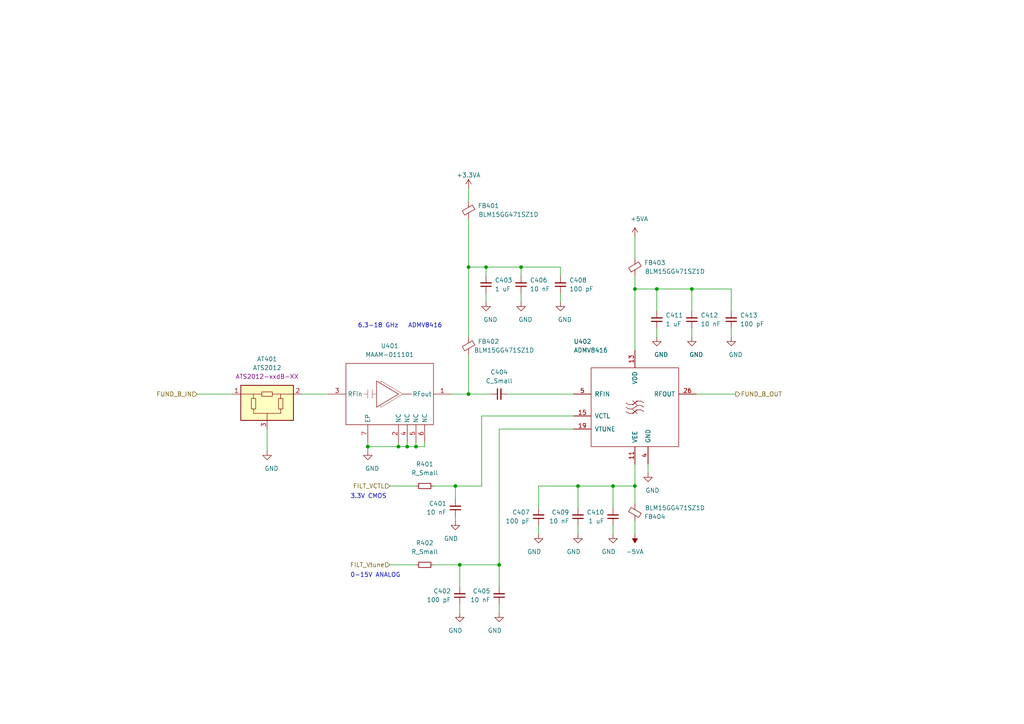
<source format=kicad_sch>
(kicad_sch (version 20211123) (generator eeschema)
  (paper "A4")
  (lib_symbols
    (symbol "Device:C_Small" (pin_numbers hide) (pin_names (offset 0.254) hide)
      (property "Reference" "C" (at 0.254 1.778 0))
      (property "Value" "C_Small" (at 0.254 -2.032 0))
      (symbol "C_Small_0_1"
        (polyline (pts (xy -1.524 -0.508) (xy 1.524 -0.508)) (stroke (width 0.3302)))
        (polyline (pts (xy -1.524 0.508) (xy 1.524 0.508)) (stroke (width 0.3048)))
      )
      (symbol "C_Small_1_1"
        (pin passive line (at 0 2.54 270) (length 2.032) (name "~") (number "1"))
        (pin passive line (at 0 -2.54 90) (length 2.032) (name "~") (number "2"))
      )
    )
    (symbol "Device:FerriteBead_Small" (pin_numbers hide) (pin_names (offset 0))
      (property "Reference" "FB" (at 1.905 1.27 0))
      (property "Value" "FerriteBead_Small" (at 1.905 -1.27 0))
      (symbol "FerriteBead_Small_0_1"
        (polyline (pts (xy 0 -1.27) (xy 0 -0.7874)))
        (polyline (pts (xy 0 0.889) (xy 0 1.2954)))
        (polyline (pts (xy -1.8288 0.2794) (xy -1.1176 1.4986) (xy 1.8288 -0.2032) (xy 1.1176 -1.4224) (xy -1.8288 0.2794)))
      )
      (symbol "FerriteBead_Small_1_1"
        (pin passive line (at 0 2.54 270) (length 1.27) (name "~") (number "1"))
        (pin passive line (at 0 -2.54 90) (length 1.27) (name "~") (number "2"))
      )
    )
    (symbol "Device:R_Small" (pin_numbers hide) (pin_names (offset 0.254) hide)
      (property "Reference" "R" (at 0.762 0.508 0))
      (property "Value" "R_Small" (at 0.762 -1.016 0))
      (symbol "R_Small_0_1"
        (rectangle (start -0.762 1.778) (end 0.762 -1.778) (stroke (width 0.2032)))
      )
      (symbol "R_Small_1_1"
        (pin passive line (at 0 2.54 270) (length 0.762) (name "~") (number "1"))
        (pin passive line (at 0 -2.54 90) (length 0.762) (name "~") (number "2"))
      )
    )
    (symbol "jtk_rf:ADMV8416" (pin_names (offset 1.016))
      (property "Reference" "U" (at -24.13 13.97 0))
      (property "Value" "ADMV8416" (at -20.32 16.51 0))
      (symbol "ADMV8416_0_1"
        (rectangle (start -12.7 11.43) (end 12.7 -11.43))
        (arc (start -2.54 -1.27) (mid -1.27 -1.7961) (end 0 -1.27))
        (polyline (pts (xy -0.635 -0.635) (xy 0.635 -1.905)))
        (polyline (pts (xy -0.635 0.635) (xy 0.635 1.905)))
        (polyline (pts (xy -0.635 1.905) (xy 0.635 0.635)))
        (polyline (pts (xy 0.635 -0.635) (xy -0.635 -1.905)))
        (arc (start 2.54 -1.27) (mid 1.27 -0.7439) (end 0 -1.27))
      )
      (symbol "ADMV8416_1_1"
        (arc (start -2.54 0) (mid -1.27 -0.5261) (end 0 0))
        (arc (start -2.54 1.27) (mid -1.27 0.7439) (end 0 1.27))
        (arc (start 2.54 0) (mid 1.27 0.5261) (end 0 0))
        (arc (start 2.54 1.27) (mid 1.27 1.7961) (end 0 1.27))
        (pin power_in line (at 3.81 -16.51 90) (length 5.08) hide (name "NC") (number "1"))
        (pin power_in line (at 3.81 -16.51 90) (length 5.08) hide (name "NC") (number "10"))
        (pin power_in line (at 0 -16.51 90) (length 5.08) (name "VEE") (number "11"))
        (pin power_in line (at 3.81 -16.51 90) (length 5.08) hide (name "GND") (number "12"))
        (pin power_in line (at 0 16.51 270) (length 5.08) (name "VDD") (number "13"))
        (pin power_in line (at 3.81 -16.51 90) (length 5.08) hide (name "NC") (number "14"))
        (pin input line (at -17.78 -2.54 0) (length 5.08) (name "VCTL") (number "15"))
        (pin power_in line (at 3.81 -16.51 90) (length 5.08) hide (name "GND") (number "16"))
        (pin power_in line (at 3.81 -16.51 90) (length 5.08) hide (name "NC") (number "17"))
        (pin power_in line (at 3.81 -16.51 90) (length 5.08) hide (name "GND") (number "18"))
        (pin input line (at -17.78 -6.35 0) (length 5.08) (name "VTUNE") (number "19"))
        (pin power_in line (at 3.81 -16.51 90) (length 5.08) hide (name "NC") (number "2"))
        (pin power_in line (at 3.81 -16.51 90) (length 5.08) hide (name "NC") (number "20"))
        (pin power_in line (at 3.81 -16.51 90) (length 5.08) hide (name "NC") (number "21"))
        (pin power_in line (at 3.81 -16.51 90) (length 5.08) hide (name "NC") (number "22"))
        (pin power_in line (at 3.81 -16.51 90) (length 5.08) hide (name "NC") (number "23"))
        (pin power_in line (at 3.81 -16.51 90) (length 5.08) hide (name "NC") (number "24"))
        (pin power_in line (at 3.81 -16.51 90) (length 5.08) hide (name "GND") (number "25"))
        (pin output line (at 17.78 3.81 180) (length 5.08) (name "RFOUT") (number "26"))
        (pin power_in line (at 3.81 -16.51 90) (length 5.08) hide (name "GND") (number "27"))
        (pin power_in line (at 3.81 -16.51 90) (length 5.08) hide (name "NC") (number "28"))
        (pin power_in line (at 3.81 -16.51 90) (length 5.08) hide (name "NC") (number "29"))
        (pin power_in line (at 3.81 -16.51 90) (length 5.08) hide (name "NC") (number "3"))
        (pin power_in line (at 3.81 -16.51 90) (length 5.08) hide (name "NC") (number "30"))
        (pin power_in line (at 3.81 -16.51 90) (length 5.08) hide (name "NC") (number "31"))
        (pin power_in line (at 3.81 -16.51 90) (length 5.08) hide (name "NC") (number "32"))
        (pin power_in line (at 3.81 -16.51 90) (length 5.08) hide (name "NC") (number "33"))
        (pin power_in line (at 3.81 -16.51 90) (length 5.08) hide (name "NC") (number "34"))
        (pin power_in line (at 3.81 -16.51 90) (length 5.08) hide (name "NC") (number "35"))
        (pin power_in line (at 3.81 -16.51 90) (length 5.08) hide (name "NC") (number "36"))
        (pin power_in line (at 3.81 -16.51 90) (length 5.08) hide (name "NC") (number "37"))
        (pin power_in line (at 3.81 -16.51 90) (length 5.08) hide (name "NC") (number "38"))
        (pin power_in line (at 3.81 -16.51 90) (length 5.08) hide (name "NC") (number "39"))
        (pin power_in line (at 3.81 -16.51 90) (length 5.08) (name "GND") (number "4"))
        (pin power_in line (at 3.81 -16.51 90) (length 5.08) hide (name "NC") (number "40"))
        (pin power_in line (at 3.81 -16.51 90) (length 5.08) hide (name "GND") (number "41"))
        (pin input line (at -17.78 3.81 0) (length 5.08) (name "RFIN") (number "5"))
        (pin power_in line (at 3.81 -16.51 90) (length 5.08) hide (name "GND") (number "6"))
        (pin power_in line (at 3.81 -16.51 90) (length 5.08) hide (name "NC") (number "7"))
        (pin power_in line (at 3.81 -16.51 90) (length 5.08) hide (name "NC") (number "8"))
        (pin power_in line (at 3.81 -16.51 90) (length 5.08) hide (name "NC") (number "9"))
      )
    )
    (symbol "jtk_rf:ATS2012"
      (property "Reference" "AT" (at -8.89 7.62 0))
      (property "Value" "ATS2012" (at -6.35 5.08 0))
      (property "mpn" "ATS2012-xxdB-XX" (at -3.81 12.7 0))
      (symbol "ATS2012_0_1"
        (rectangle (start -7.62 2.54) (end 7.62 -7.62) (stroke (width 0.254)) (fill (type background)))
        (polyline (pts (xy -3.937 -5.588) (xy 3.937 -5.588)))
        (polyline (pts (xy -3.937 -1.27) (xy -3.937 0)))
        (polyline (pts (xy -1.524 0) (xy -7.62 0)))
        (polyline (pts (xy 0 -7.62) (xy 0 -5.588)))
        (polyline (pts (xy 3.937 -1.27) (xy 3.937 0)))
        (pin passive line (at 0 -10.16 90) (length 2.54) (name "~") (number "3"))
      )
      (symbol "ATS2012_1_1"
        (rectangle (start -4.572 -4.318) (end -3.302 -1.27))
        (rectangle (start -1.524 0.635) (end 1.524 -0.635))
        (polyline (pts (xy -3.937 -5.588) (xy -3.937 -4.318)))
        (polyline (pts (xy 3.937 -5.588) (xy 3.937 -4.318)))
        (polyline (pts (xy 7.62 0) (xy 1.524 0)))
        (rectangle (start 3.302 -4.318) (end 4.572 -1.27))
        (pin passive line (at -10.16 0 0) (length 2.54) (name "~") (number "1"))
        (pin passive line (at 10.16 0 180) (length 2.54) (name "~") (number "2"))
      )
    )
    (symbol "jtk_rf:MAAM-011101"
      (property "Reference" "U" (at -15.24 13.97 0))
      (property "Value" "MAAM-011101" (at -8.89 11.43 0))
      (symbol "MAAM-011101_0_1"
        (rectangle (start -11.43 8.89) (end 13.97 -8.89))
        (polyline (pts (xy -3.81 1.27) (xy -3.81 -1.27)) (stroke (width 0.0006)))
        (polyline (pts (xy -2.54 0) (xy -3.81 0)) (stroke (width 0.0006)))
        (polyline (pts (xy -1.27 3.81) (xy -1.27 3.175)) (stroke (width 0.0006)))
        (polyline (pts (xy 5.08 0) (xy 7.62 0)))
        (polyline (pts (xy -6.35 0) (xy -5.08 0) (xy -5.08 1.27) (xy -5.08 -1.27)) (stroke (width 0.0006)))
        (polyline (pts (xy -1.27 3.81) (xy 5.08 0) (xy -1.27 -3.81) (xy -1.27 -3.175)) (stroke (width 0.0006)))
        (polyline (pts (xy 3.81 0) (xy -2.54 3.81) (xy -2.54 -3.81) (xy 3.81 0)))
      )
      (symbol "MAAM-011101_1_1"
        (pin bidirectional line (at 19.05 0 180) (length 5.08) (name "RFout") (number "1"))
        (pin power_in line (at 3.81 -13.97 90) (length 5.08) (name "NC") (number "2"))
        (pin input line (at -16.51 0 0) (length 5.08) (name "RFin") (number "3"))
        (pin power_in line (at 6.35 -13.97 90) (length 5.08) (name "NC") (number "4"))
        (pin power_in line (at 8.89 -13.97 90) (length 5.08) (name "NC") (number "5"))
        (pin power_in line (at 11.43 -13.97 90) (length 5.08) (name "NC") (number "6"))
        (pin power_in line (at -5.08 -13.97 90) (length 5.08) (name "EP") (number "7"))
      )
    )
    (symbol "power:+3.3VA" (power) (pin_names (offset 0))
      (property "Value" "+3.3VA" (at 0 3.556 0))
      (symbol "+3.3VA_0_1"
        (polyline (pts (xy -0.762 1.27) (xy 0 2.54)))
        (polyline (pts (xy 0 0) (xy 0 2.54)))
        (polyline (pts (xy 0 2.54) (xy 0.762 1.27)))
      )
      (symbol "+3.3VA_1_1"
        (pin power_in line (at 0 0 90) (length 0) hide (name "+3.3VA") (number "1"))
      )
    )
    (symbol "power:+5VA" (power) (pin_names (offset 0))
      (property "Value" "+5VA" (at 0 3.556 0))
      (symbol "+5VA_0_1"
        (polyline (pts (xy -0.762 1.27) (xy 0 2.54)))
        (polyline (pts (xy 0 0) (xy 0 2.54)))
        (polyline (pts (xy 0 2.54) (xy 0.762 1.27)))
      )
      (symbol "+5VA_1_1"
        (pin power_in line (at 0 0 90) (length 0) hide (name "+5VA") (number "1"))
      )
    )
    (symbol "power:-5VA" (power) (pin_names (offset 0))
      (property "Value" "-5VA" (at 0 3.81 0))
      (symbol "-5VA_0_0"
        (pin power_in line (at 0 0 90) (length 0) hide (name "-5VA") (number "1"))
      )
      (symbol "-5VA_0_1"
        (polyline (pts (xy 0 0) (xy 0 1.27) (xy 0.762 1.27) (xy 0 2.54) (xy -0.762 1.27) (xy 0 1.27)) (fill (type outline)))
      )
    )
    (symbol "power:GND" (power) (pin_names (offset 0))
      (property "Value" "GND" (at 0 -3.81 0))
      (symbol "GND_0_1"
        (polyline (pts (xy 0 0) (xy 0 -1.27) (xy 1.27 -1.27) (xy 0 -2.54) (xy -1.27 -1.27) (xy 0 -1.27)))
      )
      (symbol "GND_1_1"
        (pin power_in line (at 0 0 270) (length 0) hide (name "GND") (number "1"))
      )
    )
  )
  (junction (at 133.35 163.83) (diameter 0.9144))
  (junction (at 135.89 114.3) (diameter 0.9144))
  (junction (at 184.15 140.97) (diameter 0.9144))
  (junction (at 120.65 129.54) (diameter 0.9144))
  (junction (at 118.11 129.54) (diameter 0.9144))
  (junction (at 190.5 83.82) (diameter 0.9144))
  (junction (at 140.97 77.47) (diameter 0.9144))
  (junction (at 167.64 140.97) (diameter 0.9144))
  (junction (at 200.66 83.82) (diameter 0.9144))
  (junction (at 151.13 77.47) (diameter 0.9144))
  (junction (at 106.68 129.54) (diameter 0.9144))
  (junction (at 144.78 163.83) (diameter 0.9144))
  (junction (at 177.8 140.97) (diameter 0.9144))
  (junction (at 135.89 77.47) (diameter 0.9144))
  (junction (at 184.15 83.82) (diameter 0.9144))
  (junction (at 132.08 140.97) (diameter 0.9144))
  (junction (at 115.57 129.54) (diameter 0.9144))
  (wire (pts (xy 184.15 83.82) (xy 190.5 83.82)))
  (wire (pts (xy 190.5 83.82) (xy 190.5 90.17)))
  (wire (pts (xy 106.68 128.27) (xy 106.68 129.54)))
  (wire (pts (xy 113.03 140.97) (xy 120.65 140.97)))
  (wire (pts (xy 144.78 163.83) (xy 144.78 170.18)))
  (wire (pts (xy 167.64 140.97) (xy 167.64 147.32)))
  (wire (pts (xy 87.63 114.3) (xy 95.25 114.3)))
  (wire (pts (xy 118.11 129.54) (xy 120.65 129.54)))
  (wire (pts (xy 177.8 152.4) (xy 177.8 154.94)))
  (wire (pts (xy 123.19 129.54) (xy 123.19 128.27)))
  (wire (pts (xy 190.5 83.82) (xy 200.66 83.82)))
  (wire (pts (xy 187.96 134.62) (xy 187.96 137.16)))
  (wire (pts (xy 151.13 77.47) (xy 162.56 77.47)))
  (wire (pts (xy 162.56 77.47) (xy 162.56 80.01)))
  (wire (pts (xy 135.89 54.61) (xy 135.89 58.42)))
  (wire (pts (xy 156.21 152.4) (xy 156.21 154.94)))
  (wire (pts (xy 147.32 114.3) (xy 166.37 114.3)))
  (wire (pts (xy 177.8 140.97) (xy 184.15 140.97)))
  (wire (pts (xy 130.81 114.3) (xy 135.89 114.3)))
  (wire (pts (xy 135.89 114.3) (xy 142.24 114.3)))
  (wire (pts (xy 212.09 95.25) (xy 212.09 97.79)))
  (wire (pts (xy 57.15 114.3) (xy 67.31 114.3)))
  (wire (pts (xy 151.13 85.09) (xy 151.13 87.63)))
  (wire (pts (xy 201.93 114.3) (xy 213.36 114.3)))
  (wire (pts (xy 140.97 85.09) (xy 140.97 87.63)))
  (wire (pts (xy 200.66 83.82) (xy 212.09 83.82)))
  (wire (pts (xy 212.09 83.82) (xy 212.09 90.17)))
  (wire (pts (xy 115.57 129.54) (xy 118.11 129.54)))
  (wire (pts (xy 106.68 129.54) (xy 115.57 129.54)))
  (wire (pts (xy 156.21 140.97) (xy 156.21 147.32)))
  (wire (pts (xy 151.13 77.47) (xy 151.13 80.01)))
  (wire (pts (xy 125.73 140.97) (xy 132.08 140.97)))
  (wire (pts (xy 132.08 140.97) (xy 139.7 140.97)))
  (wire (pts (xy 139.7 120.65) (xy 139.7 140.97)))
  (wire (pts (xy 166.37 120.65) (xy 139.7 120.65)))
  (wire (pts (xy 184.15 68.58) (xy 184.15 74.93)))
  (wire (pts (xy 133.35 163.83) (xy 133.35 170.18)))
  (wire (pts (xy 125.73 163.83) (xy 133.35 163.83)))
  (wire (pts (xy 133.35 163.83) (xy 144.78 163.83)))
  (wire (pts (xy 144.78 124.46) (xy 144.78 163.83)))
  (wire (pts (xy 144.78 124.46) (xy 166.37 124.46)))
  (wire (pts (xy 133.35 175.26) (xy 133.35 177.8)))
  (wire (pts (xy 200.66 95.25) (xy 200.66 97.79)))
  (wire (pts (xy 120.65 129.54) (xy 123.19 129.54)))
  (wire (pts (xy 184.15 134.62) (xy 184.15 140.97)))
  (wire (pts (xy 184.15 140.97) (xy 184.15 146.05)))
  (wire (pts (xy 113.03 163.83) (xy 120.65 163.83)))
  (wire (pts (xy 118.11 129.54) (xy 118.11 128.27)))
  (wire (pts (xy 184.15 80.01) (xy 184.15 83.82)))
  (wire (pts (xy 184.15 83.82) (xy 184.15 101.6)))
  (wire (pts (xy 140.97 77.47) (xy 151.13 77.47)))
  (wire (pts (xy 135.89 63.5) (xy 135.89 77.47)))
  (wire (pts (xy 77.47 124.46) (xy 77.47 130.81)))
  (wire (pts (xy 135.89 77.47) (xy 135.89 97.79)))
  (wire (pts (xy 200.66 83.82) (xy 200.66 90.17)))
  (wire (pts (xy 135.89 102.87) (xy 135.89 114.3)))
  (wire (pts (xy 106.68 129.54) (xy 106.68 130.81)))
  (wire (pts (xy 167.64 152.4) (xy 167.64 154.94)))
  (wire (pts (xy 162.56 85.09) (xy 162.56 87.63)))
  (wire (pts (xy 140.97 77.47) (xy 140.97 80.01)))
  (wire (pts (xy 115.57 129.54) (xy 115.57 128.27)))
  (wire (pts (xy 156.21 140.97) (xy 167.64 140.97)))
  (wire (pts (xy 167.64 140.97) (xy 177.8 140.97)))
  (wire (pts (xy 120.65 129.54) (xy 120.65 128.27)))
  (wire (pts (xy 144.78 175.26) (xy 144.78 177.8)))
  (wire (pts (xy 184.15 151.13) (xy 184.15 154.94)))
  (wire (pts (xy 190.5 95.25) (xy 190.5 97.79)))
  (wire (pts (xy 132.08 140.97) (xy 132.08 144.78)))
  (wire (pts (xy 177.8 140.97) (xy 177.8 147.32)))
  (wire (pts (xy 132.08 149.86) (xy 132.08 151.13)))
  (wire (pts (xy 135.89 77.47) (xy 140.97 77.47)))
  (text "ADMV8416" (at 128.27 95.25 180) (effects (font (size 1.27 1.27)) (justify right bottom)))
  (text "0-15V ANALOG" (at 101.6 167.64 0) (effects (font (size 1.27 1.27)) (justify left bottom)))
  (text "3.3V CMOS" (at 101.6 144.78 0) (effects (font (size 1.27 1.27)) (justify left bottom)))
  (text "6.3-18 GHz" (at 115.57 95.25 180) (effects (font (size 1.27 1.27)) (justify right bottom)))
  (hierarchical_label "FILT_VCTL" (shape input) (at 113.03 140.97 180))
  (hierarchical_label "FILT_Vtune" (shape input) (at 113.03 163.83 180))
  (hierarchical_label "FUND_B_OUT" (shape output) (at 213.36 114.3 0))
  (hierarchical_label "FUND_B_IN" (shape input) (at 57.15 114.3 180))
  (symbol (lib_id "power:+5VA") (at 184.15 68.58 0) (unit 1)
    (property "Reference" "#PWR0413" (effects hide))
    (property "Value" "+5VA" (at 185.42 63.5 0))
  )
  (symbol (lib_id "power:+3.3VA") (at 135.89 54.61 0) (unit 1)
    (property "Reference" "#PWR0405" (effects hide))
    (property "Value" "+3.3VA" (at 135.89 50.8 0))
  )
  (symbol (lib_id "power:GND") (at 144.78 177.8 0) (mirror y) (unit 1)
    (property "Reference" "#PWR0407" (effects hide))
    (property "Value" "GND" (at 143.51 182.88 0))
  )
  (symbol (lib_id "power:GND") (at 177.8 154.94 0) (mirror y) (unit 1)
    (property "Reference" "#PWR0412" (effects hide))
    (property "Value" "GND" (at 176.53 160.02 0))
  )
  (symbol (lib_id "power:GND") (at 151.13 87.63 0) (unit 1)
    (property "Reference" "#PWR0408" (effects hide))
    (property "Value" "GND" (at 152.4 92.71 0))
  )
  (symbol (lib_id "power:GND") (at 132.08 151.13 0) (mirror y) (unit 1)
    (property "Reference" "#PWR0403" (effects hide))
    (property "Value" "GND" (at 130.81 156.21 0))
  )
  (symbol (lib_id "Device:C_Small") (at 140.97 82.55 180) (unit 1)
    (property "Reference" "C403" (at 143.51 81.28 0) (effects (justify right)))
    (property "Value" "1 uF" (at 143.51 83.82 0) (effects (justify right)))
    (property "Footprint" "Capacitor_SMD:C_0402_1005Metric" (effects hide))
  )
  (symbol (lib_id "Device:C_Small") (at 167.64 149.86 0) (mirror x) (unit 1)
    (property "Reference" "C409" (at 165.1 148.59 0) (effects (justify right)))
    (property "Value" "10 nF" (at 165.1 151.13 0) (effects (justify right)))
    (property "Footprint" "Capacitor_SMD:C_0402_1005Metric" (effects hide))
  )
  (symbol (lib_id "jtk_rf:MAAM-011101") (at 111.76 114.3 0) (unit 1)
    (property "Reference" "U401" (at 113.03 100.33 0))
    (property "Value" "MAAM-011101" (at 113.03 102.87 0))
    (property "Footprint" "jtk_rf_footprints:TDFN6" (effects hide))
    (property "Datasheet" "https://cdn.macom.com/datasheets/maam-011101.pdf" (effects hide))
    (property "mpn" "MAAM-011101-TR1000" (effects hide))
    (property "digikey#" "1465-1283-1-ND" (effects hide))
    (property "mfg" "Macom" (effects hide))
  )
  (symbol (lib_id "Device:C_Small") (at 200.66 92.71 180) (unit 1)
    (property "Reference" "C412" (at 203.2 91.44 0) (effects (justify right)))
    (property "Value" "10 nF" (at 203.2 93.98 0) (effects (justify right)))
    (property "Footprint" "Capacitor_SMD:C_0402_1005Metric" (effects hide))
  )
  (symbol (lib_id "Device:C_Small") (at 162.56 82.55 180) (unit 1)
    (property "Reference" "C408" (at 165.1 81.28 0) (effects (justify right)))
    (property "Value" "100 pF" (at 165.1 83.82 0) (effects (justify right)))
    (property "Footprint" "Capacitor_SMD:C_0402_1005Metric" (effects hide))
  )
  (symbol (lib_id "Device:C_Small") (at 133.35 172.72 0) (mirror x) (unit 1)
    (property "Reference" "C402" (at 130.81 171.45 0) (effects (justify right)))
    (property "Value" "100 pF" (at 130.81 173.99 0) (effects (justify right)))
    (property "Footprint" "Capacitor_SMD:C_0402_1005Metric" (effects hide))
  )
  (symbol (lib_id "power:GND") (at 200.66 97.79 0) (unit 1)
    (property "Reference" "#PWR0417" (effects hide))
    (property "Value" "GND" (at 201.93 102.87 0))
  )
  (symbol (lib_id "Device:C_Small") (at 132.08 147.32 0) (mirror x) (unit 1)
    (property "Reference" "C401" (at 129.54 146.05 0) (effects (justify right)))
    (property "Value" "10 nF" (at 129.54 148.59 0) (effects (justify right)))
    (property "Footprint" "Capacitor_SMD:C_0402_1005Metric" (effects hide))
  )
  (symbol (lib_id "Device:C_Small") (at 144.78 114.3 90) (unit 1)
    (property "Reference" "C404" (at 144.78 107.95 90))
    (property "Value" "C_Small" (at 144.78 110.49 90))
    (property "Footprint" "Capacitor_SMD:C_0402_1005Metric" (effects hide))
  )
  (symbol (lib_id "power:GND") (at 162.56 87.63 0) (unit 1)
    (property "Reference" "#PWR0410" (effects hide))
    (property "Value" "GND" (at 163.83 92.71 0))
  )
  (symbol (lib_id "power:GND") (at 187.96 137.16 0) (unit 1)
    (property "Reference" "#PWR0415" (effects hide))
    (property "Value" "GND" (at 189.23 142.24 0))
  )
  (symbol (lib_id "Device:FerriteBead_Small") (at 184.15 148.59 180) (unit 1)
    (property "Reference" "FB404" (at 193.04 149.86 0) (effects (justify left)))
    (property "Value" "BLM15GG471SZ1D" (at 204.47 147.32 0) (effects (justify left)))
    (property "Footprint" "Inductor_SMD:L_0402_1005Metric" (effects hide))
  )
  (symbol (lib_id "power:GND") (at 156.21 154.94 0) (mirror y) (unit 1)
    (property "Reference" "#PWR0409" (effects hide))
    (property "Value" "GND" (at 154.94 160.02 0))
  )
  (symbol (lib_id "jtk_rf:ADMV8416") (at 184.15 118.11 0) (unit 1)
    (property "Reference" "U402" (at 166.37 99.06 0) (effects (justify left)))
    (property "Value" "ADMV8416" (at 166.37 101.6 0) (effects (justify left)))
    (property "Footprint" "jtk_rf_footprints:LFCSP-40-1EP_6x6mm_P0.5mm_EP4.7x4.7mm" (effects hide))
    (property "Datasheet" "https://www.analog.com/media/en/technical-documentation/data-sheets/ADMV8416.pdf" (effects hide))
    (property "mfg" "Analog Devices" (effects hide))
    (property "mpn" "ADMV8416ACPZ" (effects hide))
    (property "mouser#" "584-ADMV8416ACPZ" (effects hide))
  )
  (symbol (lib_id "Device:C_Small") (at 212.09 92.71 180) (unit 1)
    (property "Reference" "C413" (at 214.63 91.44 0) (effects (justify right)))
    (property "Value" "100 pF" (at 214.63 93.98 0) (effects (justify right)))
    (property "Footprint" "Capacitor_SMD:C_0402_1005Metric" (effects hide))
  )
  (symbol (lib_id "power:GND") (at 106.68 130.81 0) (unit 1)
    (property "Reference" "#PWR0402" (effects hide))
    (property "Value" "GND" (at 107.95 135.89 0))
  )
  (symbol (lib_id "Device:C_Small") (at 190.5 92.71 180) (unit 1)
    (property "Reference" "C411" (at 193.04 91.44 0) (effects (justify right)))
    (property "Value" "1 uF" (at 193.04 93.98 0) (effects (justify right)))
    (property "Footprint" "Capacitor_SMD:C_0402_1005Metric" (effects hide))
  )
  (symbol (lib_id "Device:C_Small") (at 144.78 172.72 0) (mirror x) (unit 1)
    (property "Reference" "C405" (at 142.24 171.45 0) (effects (justify right)))
    (property "Value" "10 nF" (at 142.24 173.99 0) (effects (justify right)))
    (property "Footprint" "Capacitor_SMD:C_0402_1005Metric" (effects hide))
  )
  (symbol (lib_id "Device:R_Small") (at 123.19 140.97 90) (unit 1)
    (property "Reference" "R401" (at 123.19 134.62 90))
    (property "Value" "R_Small" (at 123.19 137.16 90))
    (property "Footprint" "Resistor_SMD:R_0402_1005Metric" (effects hide))
  )
  (symbol (lib_id "Device:C_Small") (at 156.21 149.86 0) (mirror x) (unit 1)
    (property "Reference" "C407" (at 153.67 148.59 0) (effects (justify right)))
    (property "Value" "100 pF" (at 153.67 151.13 0) (effects (justify right)))
    (property "Footprint" "Capacitor_SMD:C_0402_1005Metric" (effects hide))
  )
  (symbol (lib_id "power:GND") (at 77.47 130.81 0) (unit 1)
    (property "Reference" "#PWR0401" (effects hide))
    (property "Value" "GND" (at 78.74 135.89 0))
  )
  (symbol (lib_id "Device:FerriteBead_Small") (at 135.89 60.96 0) (mirror y) (unit 1)
    (property "Reference" "FB401" (at 144.78 59.69 0) (effects (justify left)))
    (property "Value" "BLM15GG471SZ1D" (at 156.21 62.23 0) (effects (justify left)))
    (property "Footprint" "Inductor_SMD:L_0402_1005Metric" (effects hide))
  )
  (symbol (lib_id "power:GND") (at 133.35 177.8 0) (mirror y) (unit 1)
    (property "Reference" "#PWR0404" (effects hide))
    (property "Value" "GND" (at 132.08 182.88 0))
  )
  (symbol (lib_id "power:GND") (at 212.09 97.79 0) (unit 1)
    (property "Reference" "#PWR0418" (effects hide))
    (property "Value" "GND" (at 213.36 102.87 0))
  )
  (symbol (lib_id "power:GND") (at 190.5 97.79 0) (unit 1)
    (property "Reference" "#PWR0416" (effects hide))
    (property "Value" "GND" (at 191.77 102.87 0))
  )
  (symbol (lib_id "power:GND") (at 140.97 87.63 0) (unit 1)
    (property "Reference" "#PWR0406" (effects hide))
    (property "Value" "GND" (at 142.24 92.71 0))
  )
  (symbol (lib_id "Device:FerriteBead_Small") (at 184.15 77.47 0) (mirror y) (unit 1)
    (property "Reference" "FB403" (at 193.04 76.2 0) (effects (justify left)))
    (property "Value" "BLM15GG471SZ1D" (at 204.47 78.74 0) (effects (justify left)))
    (property "Footprint" "Inductor_SMD:L_0402_1005Metric" (effects hide))
  )
  (symbol (lib_id "Device:C_Small") (at 151.13 82.55 180) (unit 1)
    (property "Reference" "C406" (at 153.67 81.28 0) (effects (justify right)))
    (property "Value" "10 nF" (at 153.67 83.82 0) (effects (justify right)))
    (property "Footprint" "Capacitor_SMD:C_0402_1005Metric" (effects hide))
  )
  (symbol (lib_id "power:GND") (at 167.64 154.94 0) (mirror y) (unit 1)
    (property "Reference" "#PWR0411" (effects hide))
    (property "Value" "GND" (at 166.37 160.02 0))
  )
  (symbol (lib_id "Device:FerriteBead_Small") (at 135.89 100.33 0) (mirror y) (unit 1)
    (property "Reference" "FB402" (at 144.78 99.06 0) (effects (justify left)))
    (property "Value" "BLM15GG471SZ1D" (at 154.94 101.6 0) (effects (justify left)))
    (property "Footprint" "Inductor_SMD:L_0402_1005Metric" (effects hide))
  )
  (symbol (lib_id "jtk_rf:ATS2012") (at 77.47 114.3 0) (unit 1)
    (property "Reference" "AT401" (at 77.47 104.14 0))
    (property "Value" "ATS2012" (at 77.47 106.68 0))
    (property "Footprint" "jtk_rf_footprints:ATS2012" (effects hide))
    (property "Datasheet" "https://www.susumu.co.jp/common/pdf/n_catalog_partition37_en.pdf?v=20180406" (effects hide))
    (property "mpn" "ATS2012-xxdB-XX" (at 77.47 109.22 0))
  )
  (symbol (lib_id "Device:C_Small") (at 177.8 149.86 0) (mirror x) (unit 1)
    (property "Reference" "C410" (at 175.26 148.59 0) (effects (justify right)))
    (property "Value" "1 uF" (at 175.26 151.13 0) (effects (justify right)))
    (property "Footprint" "Capacitor_SMD:C_0402_1005Metric" (effects hide))
  )
  (symbol (lib_id "power:-5VA") (at 184.15 154.94 180) (unit 1)
    (property "Reference" "#PWR0414" (effects hide))
    (property "Value" "-5VA" (at 184.15 160.02 0))
  )
  (symbol (lib_id "Device:R_Small") (at 123.19 163.83 90) (unit 1)
    (property "Reference" "R402" (at 123.19 157.48 90))
    (property "Value" "R_Small" (at 123.19 160.02 90))
    (property "Footprint" "Resistor_SMD:R_0402_1005Metric" (effects hide))
  )
)
</source>
